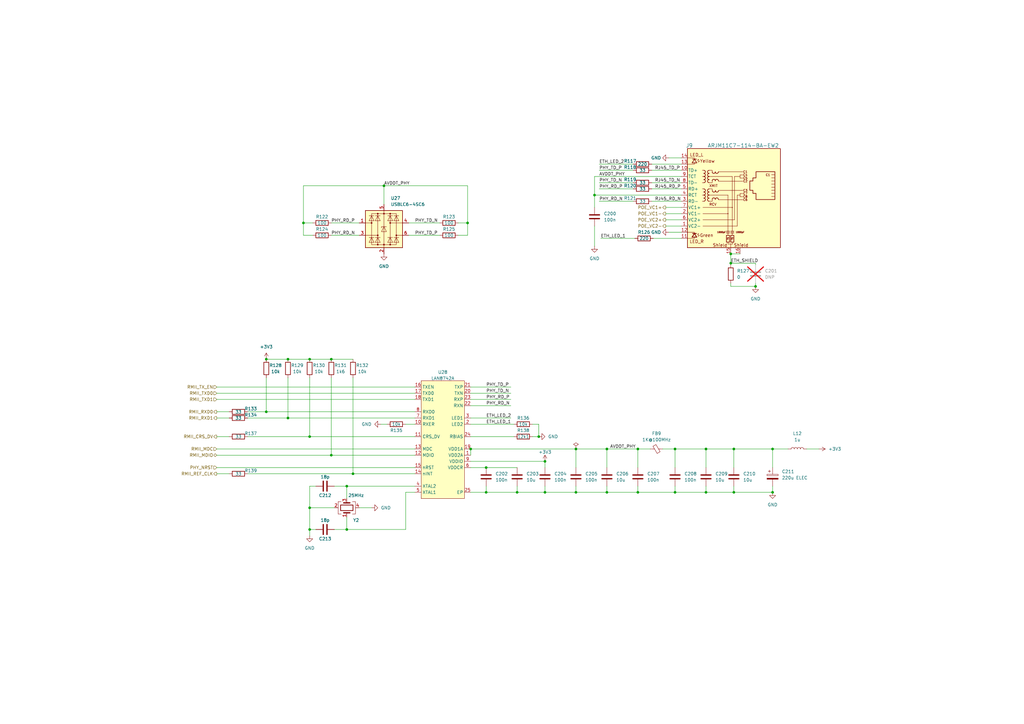
<source format=kicad_sch>
(kicad_sch (version 20250114) (generator "eeschema") (generator_version "9.0")
  (paper "A3")
  (title_block (title "Ethernet") (date "2023-11-27") (rev "r0_3") (company "M-Labs Limited") (comment 1 "Linus Woo Chun Kit"))
  (lib_symbols
    (symbol "Device:C" (pin_numbers (hide yes)) (pin_names (offset 0.254))
      (property "Reference" "C" (at 0.635 2.54 0))
      (property "Value" "C" (at 0.635 -2.54 0))
      (symbol "C_0_1"
        (polyline (pts (xy -2.032 0.762) (xy 2.032 0.762)) (stroke (width 0.508)))
        (polyline (pts (xy -2.032 -0.762) (xy 2.032 -0.762)) (stroke (width 0.508)))
      )
      (symbol "C_1_1"
        (pin passive line (at 0 3.81 270) (length 2.794) (name "~") (number "1"))
        (pin passive line (at 0 -3.81 90) (length 2.794) (name "~") (number "2"))
      )
    )
    (symbol "Device:C_Polarized" (pin_numbers (hide yes)) (pin_names (offset 0.254))
      (property "Reference" "C" (at 0.635 2.54 0))
      (property "Value" "C_Polarized" (at 0.635 -2.54 0))
      (symbol "C_Polarized_0_1"
        (rectangle (start -2.286 0.508) (end 2.286 1.016))
        (polyline (pts (xy -1.778 2.286) (xy -0.762 2.286)))
        (polyline (pts (xy -1.27 2.794) (xy -1.27 1.778)))
        (rectangle (start 2.286 -0.508) (end -2.286 -1.016) (fill (type outline)))
      )
      (symbol "C_Polarized_1_1"
        (pin passive line (at 0 3.81 270) (length 2.794) (name "~") (number "1"))
        (pin passive line (at 0 -3.81 90) (length 2.794) (name "~") (number "2"))
      )
    )
    (symbol "Device:Crystal_GND24" (pin_names (offset 1.016) (hide yes))
      (property "Reference" "Y" (at 3.175 5.08 0))
      (property "Value" "Crystal_GND24" (at 3.175 3.175 0))
      (symbol "Crystal_GND24_0_1"
        (polyline (pts (xy -2.54 2.286) (xy -2.54 3.556) (xy 2.54 3.556) (xy 2.54 2.286)))
        (polyline (pts (xy -2.54 0) (xy -2.032 0)))
        (polyline (pts (xy -2.54 -2.286) (xy -2.54 -3.556) (xy 2.54 -3.556) (xy 2.54 -2.286)))
        (polyline (pts (xy -2.032 -1.27) (xy -2.032 1.27)) (stroke (width 0.508)))
        (rectangle (start -1.143 2.54) (end 1.143 -2.54) (stroke (width 0.3048)))
        (polyline (pts (xy 0 3.556) (xy 0 3.81)))
        (polyline (pts (xy 0 -3.81) (xy 0 -3.556)))
        (polyline (pts (xy 2.032 0) (xy 2.54 0)))
        (polyline (pts (xy 2.032 -1.27) (xy 2.032 1.27)) (stroke (width 0.508)))
      )
      (symbol "Crystal_GND24_1_1"
        (pin passive line (at -3.81 0 0) (length 1.27) (name "1") (number "1"))
        (pin passive line (at 0 5.08 270) (length 1.27) (name "2") (number "2"))
        (pin passive line (at 0 -5.08 90) (length 1.27) (name "4") (number "4"))
        (pin passive line (at 3.81 0 180) (length 1.27) (name "3") (number "3"))
      )
    )
    (symbol "Device:FerriteBead_Small" (pin_numbers (hide yes)) (pin_names (offset 0))
      (property "Reference" "FB" (at 1.905 1.27 0))
      (property "Value" "FerriteBead_Small" (at 1.905 -1.27 0))
      (symbol "FerriteBead_Small_0_1"
        (polyline (pts (xy -1.8288 0.2794) (xy -1.1176 1.4986) (xy 1.8288 -0.2032) (xy 1.1176 -1.4224) (xy -1.8288 0.2794)))
        (polyline (pts (xy 0 0.889) (xy 0 1.2954)))
        (polyline (pts (xy 0 -1.27) (xy 0 -0.7874)))
      )
      (symbol "FerriteBead_Small_1_1"
        (pin passive line (at 0 2.54 270) (length 1.27) (name "~") (number "1"))
        (pin passive line (at 0 -2.54 90) (length 1.27) (name "~") (number "2"))
      )
    )
    (symbol "Device:L" (pin_numbers (hide yes)) (pin_names (offset 1.016) (hide yes))
      (property "Reference" "L" (at -1.27 0 90))
      (property "Value" "L" (at 1.905 0 90))
      (symbol "L_0_1"
        (arc (start 0 2.54) (mid 0.6323 1.905) (end 0 1.27))
        (arc (start 0 1.27) (mid 0.6323 0.635) (end 0 0))
        (arc (start 0 0) (mid 0.6323 -0.635) (end 0 -1.27))
        (arc (start 0 -1.27) (mid 0.6323 -1.905) (end 0 -2.54))
      )
      (symbol "L_1_1"
        (pin passive line (at 0 3.81 270) (length 1.27) (name "1") (number "1"))
        (pin passive line (at 0 -3.81 90) (length 1.27) (name "2") (number "2"))
      )
    )
    (symbol "Device:R" (pin_numbers (hide yes)) (pin_names (offset 0))
      (property "Reference" "R" (at 2.032 0 90))
      (property "Value" "R" (at 0 0 90))
      (symbol "R_0_1"
        (rectangle (start -1.016 -2.54) (end 1.016 2.54) (stroke (width 0.254)))
      )
      (symbol "R_1_1"
        (pin passive line (at 0 3.81 270) (length 1.27) (name "~") (number "1"))
        (pin passive line (at 0 -3.81 90) (length 1.27) (name "~") (number "2"))
      )
    )
    (symbol "Power_Protection:USBLC6-4SC6" (pin_names (hide yes))
      (property "Reference" "U" (at 2.54 8.89 0))
      (property "Value" "USBLC6-4SC6" (at 2.54 -8.89 0))
      (symbol "USBLC6-4SC6_0_1"
        (rectangle (start -7.62 -7.62) (end 7.62 7.62) (stroke (width 0.254)) (fill (type background)))
        (polyline (pts (xy -6.096 3.429) (xy -4.064 3.429) (xy -5.08 5.461) (xy -6.096 3.429)))
        (polyline (pts (xy -6.096 -5.461) (xy -4.064 -5.461) (xy -5.08 -3.429) (xy -6.096 -5.461)))
        (circle (center -5.08 2.54) (radius 0.254) (fill (type outline)))
        (polyline (pts (xy -5.08 2.54) (xy -7.62 2.54)))
        (polyline (pts (xy -4.064 5.461) (xy -6.096 5.461)))
        (polyline (pts (xy -4.064 -3.429) (xy -6.096 -3.429)))
        (polyline (pts (xy -3.556 3.429) (xy -1.524 3.429) (xy -2.54 5.461) (xy -3.556 3.429)))
        (polyline (pts (xy -3.556 -5.461) (xy -1.524 -5.461) (xy -2.54 -3.429) (xy -3.556 -5.461)))
        (circle (center -2.54 6.35) (radius 0.254) (fill (type outline)))
        (rectangle (start -2.54 6.35) (end 2.54 -6.35))
        (polyline (pts (xy -2.54 6.35) (xy -5.08 6.35) (xy -5.08 -6.35) (xy -2.54 -6.35)))
        (circle (center -2.54 -2.54) (radius 0.254) (fill (type outline)))
        (polyline (pts (xy -2.54 -2.54) (xy -7.62 -2.54)))
        (circle (center -2.54 -6.35) (radius 0.254) (fill (type outline)))
        (polyline (pts (xy -1.524 5.461) (xy -3.556 5.461)))
        (polyline (pts (xy -1.524 -3.429) (xy -3.556 -3.429)))
        (polyline (pts (xy -1.016 -1.016) (xy 1.016 -1.016) (xy 0 1.016) (xy -1.016 -1.016)))
        (circle (center 0 6.35) (radius 0.254) (fill (type outline)))
        (polyline (pts (xy 0 6.35) (xy 0 7.62)))
        (polyline (pts (xy 0 1.27) (xy 0 6.35)))
        (polyline (pts (xy 0 -6.35) (xy 0 1.27)))
        (circle (center 0 -6.35) (radius 0.254) (fill (type outline)))
        (polyline (pts (xy 0 -7.62) (xy 0 -6.35)))
        (polyline (pts (xy 1.016 1.016) (xy 0.762 1.016) (xy -1.016 1.016) (xy -1.016 0.508)))
        (polyline (pts (xy 1.524 5.461) (xy 3.556 5.461)))
        (polyline (pts (xy 1.524 -3.429) (xy 3.556 -3.429)))
        (polyline (pts (xy 2.54 6.35) (xy 5.08 6.35) (xy 5.08 -6.35) (xy 2.54 -6.35)))
        (circle (center 2.54 6.35) (radius 0.254) (fill (type outline)))
        (polyline (pts (xy 2.54 2.54) (xy 7.62 2.54)))
        (circle (center 2.54 2.54) (radius 0.254) (fill (type outline)))
        (circle (center 2.54 -6.35) (radius 0.254) (fill (type outline)))
        (polyline (pts (xy 3.556 3.429) (xy 1.524 3.429) (xy 2.54 5.461) (xy 3.556 3.429)))
        (polyline (pts (xy 3.556 -5.461) (xy 1.524 -5.461) (xy 2.54 -3.429) (xy 3.556 -5.461)))
        (polyline (pts (xy 4.064 5.461) (xy 6.096 5.461)))
        (polyline (pts (xy 4.064 -3.429) (xy 6.096 -3.429)))
        (polyline (pts (xy 5.08 -2.54) (xy 7.62 -2.54)))
        (circle (center 5.08 -2.54) (radius 0.254) (fill (type outline)))
        (polyline (pts (xy 6.096 3.429) (xy 4.064 3.429) (xy 5.08 5.461) (xy 6.096 3.429)))
        (polyline (pts (xy 6.096 -5.461) (xy 4.064 -5.461) (xy 5.08 -3.429) (xy 6.096 -5.461)))
      )
      (symbol "USBLC6-4SC6_1_1"
        (pin passive line (at -10.16 2.54 0) (length 2.54) (name "I/O1") (number "1"))
        (pin passive line (at -10.16 -2.54 0) (length 2.54) (name "I/O2") (number "3"))
        (pin passive line (at 0 10.16 270) (length 2.54) (name "VBUS") (number "5"))
        (pin passive line (at 0 -10.16 90) (length 2.54) (name "GND") (number "2"))
        (pin passive line (at 10.16 2.54 180) (length 2.54) (name "I/O3") (number "4"))
        (pin passive line (at 10.16 -2.54 180) (length 2.54) (name "I/O4") (number "6"))
      )
    )
    (symbol "kirdy:LAN8742A"
      (property "Reference" "U" (at 0 -30.48 0))
      (property "Value" "LAN8742A" (at 0 -27.94 0))
      (symbol "LAN8742A_0_0"
        (pin input line (at -12.7 20.32 0) (length 2.54) (name "TXEN") (number "16"))
        (pin input line (at -12.7 17.78 0) (length 2.54) (name "TXD0") (number "17"))
        (pin input line (at -12.7 15.24 0) (length 2.54) (name "TXD1") (number "18"))
        (pin output line (at -12.7 10.16 0) (length 2.54) (name "RXD0") (number "8"))
        (pin output line (at -12.7 7.62 0) (length 2.54) (name "RXD1") (number "7"))
        (pin bidirectional line (at -12.7 5.08 0) (length 2.54) (name "RXER") (number "10"))
        (pin output line (at -12.7 0 0) (length 2.54) (name "CRS_DV") (number "11"))
        (pin input line (at -12.7 -5.08 0) (length 2.54) (name "MDC") (number "13"))
        (pin bidirectional line (at -12.7 -7.62 0) (length 2.54) (name "MDIO") (number "12"))
        (pin input line (at -12.7 -12.7 0) (length 2.54) (name "nRST") (number "15"))
        (pin output line (at -12.7 -15.24 0) (length 2.54) (name "nINT") (number "14"))
        (pin input line (at -12.7 -20.32 0) (length 2.54) (name "XTAL2") (number "4"))
        (pin input line (at -12.7 -22.86 0) (length 2.54) (name "XTAL1") (number "5"))
        (pin bidirectional line (at 10.16 20.32 180) (length 2.54) (name "TXP") (number "21"))
        (pin bidirectional line (at 10.16 17.78 180) (length 2.54) (name "TXN") (number "20"))
        (pin bidirectional line (at 10.16 15.24 180) (length 2.54) (name "RXP") (number "23"))
        (pin bidirectional line (at 10.16 12.7 180) (length 2.54) (name "RXN") (number "22"))
        (pin output line (at 10.16 7.62 180) (length 2.54) (name "LED1") (number "3"))
        (pin output line (at 10.16 5.08 180) (length 2.54) (name "LED2") (number "2"))
        (pin passive line (at 10.16 0 180) (length 2.54) (name "RBIAS") (number "24"))
        (pin power_in line (at 10.16 -5.08 180) (length 2.54) (name "VDD1A") (number "19"))
        (pin power_in line (at 10.16 -7.62 180) (length 2.54) (name "VDD2A") (number "1"))
        (pin power_in line (at 10.16 -10.16 180) (length 2.54) (name "VDDIO") (number "9"))
        (pin passive line (at 10.16 -12.7 180) (length 2.54) (name "VDDCR") (number "6"))
        (pin power_in line (at 10.16 -22.86 180) (length 2.54) (name "EP") (number "25"))
      )
      (symbol "LAN8742A_0_1"
        (rectangle (start -10.16 22.86) (end 7.62 -25.4) (fill (type background)))
      )
    )
    (symbol "kirdy:RJ45_ARJM11C7-114-BA-EW2" (pin_names (offset 0.254))
      (property "Reference" "J" (at 1.27 1.27 0))
      (property "Value" "ARJM11C7-114-BA-EW2" (at 24.13 1.27 0))
      (property "MFR_PN" "ARJM11C7-114-BA-EW2" (at 0 0 0))
      (symbol "RJ45_ARJM11C7-114-BA-EW2_0_0"
        (polyline (pts (xy 0 -6.35) (xy 2.921 -6.35) (xy 2.921 -5.842)))
        (polyline (pts (xy 0 -36.83) (xy 2.921 -36.83) (xy 2.921 -36.322)))
        (polyline (pts (xy 2.921 -4.445) (xy 2.921 -3.81) (xy 0 -3.81)))
        (polyline (pts (xy 2.921 -34.925) (xy 2.921 -34.29) (xy 0 -34.29)))
        (polyline (pts (xy 16.637 -38.481) (xy 16.637 -39.116) (xy 18.542 -39.116) (xy 18.542 -38.481)))
        (polyline (pts (xy 17.272 -33.909) (xy 16.002 -33.909)) (stroke (width 0.254)))
        (polyline (pts (xy 17.272 -34.544) (xy 16.002 -34.544)) (stroke (width 0.254)))
        (polyline (pts (xy 19.05 -33.909) (xy 17.78 -33.909)) (stroke (width 0.254)))
        (polyline (pts (xy 19.05 -34.544) (xy 17.78 -34.544)) (stroke (width 0.254)))
        (text "XMIT" (at 8.89 -15.24 0) (effects (font (size 1.016 1.016)) (justify left)))
        (text "RCV" (at 8.89 -22.86 0) (effects (font (size 1.016 1.016)) (justify left)))
        (text "C1" (at 23.749 -9.525 0) (effects (font (size 0.889 0.889))))
        (text "C4" (at 23.749 -10.795 0) (effects (font (size 0.889 0.889))))
        (text "C5" (at 23.749 -12.065 0) (effects (font (size 0.889 0.889))))
        (text "C2" (at 23.749 -13.335 0) (effects (font (size 0.889 0.889))))
        (text "C3" (at 23.749 -17.145 0) (effects (font (size 0.889 0.889))))
        (text "C7" (at 23.749 -18.415 0) (effects (font (size 0.889 0.889))))
        (text "C8" (at 23.749 -19.685 0) (effects (font (size 0.889 0.889))))
        (text "C6" (at 23.749 -20.955 0) (effects (font (size 0.889 0.889))))
        (text "C1" (at 33.02 -10.795 0) (effects (font (size 0.889 0.889))))
      )
      (symbol "RJ45_ARJM11C7-114-BA-EW2_0_1"
        (rectangle (start 0 0) (end 38.1 -40.64) (stroke (width 0.254)) (fill (type background)))
        (polyline (pts (xy 6.35 -24.13) (xy 18.415 -24.13)))
        (polyline (pts (xy 6.35 -26.67) (xy 16.637 -26.67)))
        (polyline (pts (xy 6.35 -29.21) (xy 19.304 -29.21)))
        (polyline (pts (xy 6.35 -31.75) (xy 20.447 -31.75)))
        (polyline (pts (xy 6.7337 -8.89) (xy 6.0987 -8.89)))
        (polyline (pts (xy 6.7337 -11.43) (xy 6.0987 -11.43)))
        (polyline (pts (xy 6.7337 -13.97) (xy 6.0987 -13.97)))
        (polyline (pts (xy 6.7337 -16.51) (xy 6.0987 -16.51)))
        (polyline (pts (xy 6.7337 -19.05) (xy 6.0987 -19.05)))
        (polyline (pts (xy 6.7337 -21.59) (xy 6.0987 -21.59)))
        (polyline (pts (xy 8.89 -8.89) (xy 10.16 -8.89) (xy 10.16 -9.525)))
        (polyline (pts (xy 8.89 -16.51) (xy 10.16 -16.51) (xy 10.16 -17.145)))
        (polyline (pts (xy 10.16 -13.335) (xy 10.16 -13.97) (xy 8.89 -13.97)))
        (polyline (pts (xy 10.16 -20.955) (xy 10.16 -21.59) (xy 8.89 -21.59)))
        (polyline (pts (xy 12.7 -9.525) (xy 22.733 -9.525)))
        (polyline (pts (xy 12.7 -13.335) (xy 22.733 -13.335)))
        (polyline (pts (xy 12.7 -20.955) (xy 22.733 -20.955)))
        (polyline (pts (xy 12.827 -17.145) (xy 22.733 -17.145)))
        (polyline (pts (xy 16.637 -19.05) (xy 8.89 -19.05)))
        (circle (center 16.637 -26.67) (radius 0.127))
        (polyline (pts (xy 16.637 -33.909) (xy 16.637 -19.05)))
        (polyline (pts (xy 16.637 -35.433) (xy 16.637 -34.671)))
        (polyline (pts (xy 18.415 -11.43) (xy 8.89 -11.43)))
        (polyline (pts (xy 18.415 -24.13) (xy 18.415 -24.13)))
        (circle (center 18.415 -24.13) (radius 0.127))
        (polyline (pts (xy 18.415 -33.909) (xy 18.415 -11.43)))
        (polyline (pts (xy 18.415 -35.433) (xy 18.415 -34.671)))
        (polyline (pts (xy 19.304 -11.43) (xy 19.304 -29.21)))
        (polyline (pts (xy 20.447 -19.05) (xy 20.447 -31.75)))
        (polyline (pts (xy 21.59 -11.43) (xy 19.304 -11.43)))
        (polyline (pts (xy 21.59 -12.065) (xy 21.59 -10.795)))
        (polyline (pts (xy 21.59 -19.05) (xy 20.447 -19.05)))
        (polyline (pts (xy 21.59 -19.685) (xy 21.59 -18.415)))
        (polyline (pts (xy 22.733 -10.795) (xy 21.59 -10.795)))
        (polyline (pts (xy 22.733 -12.065) (xy 21.59 -12.065)))
        (polyline (pts (xy 22.733 -18.415) (xy 21.59 -18.415)))
        (polyline (pts (xy 22.733 -19.685) (xy 21.59 -19.685)))
        (polyline (pts (xy 34.4805 -10.7315) (xy 35.7505 -10.7315)))
        (polyline (pts (xy 34.4805 -18.3515) (xy 35.7505 -18.3515)))
        (polyline (pts (xy 34.4805 -19.6215) (xy 35.7505 -19.6215)))
        (polyline (pts (xy 35.7505 -12.0015) (xy 34.4805 -12.0015)))
        (polyline (pts (xy 35.7505 -13.2715) (xy 34.4805 -13.2715)))
        (polyline (pts (xy 35.7505 -14.5415) (xy 34.4805 -14.5415)))
        (polyline (pts (xy 35.7505 -15.8115) (xy 34.4805 -15.8115)))
        (polyline (pts (xy 35.7505 -17.0815) (xy 34.4805 -17.0815)))
      )
      (symbol "RJ45_ARJM11C7-114-BA-EW2_1_0"
        (text "1000pF" (at 13.97 -34.29 0) (effects (font (size 0.635 0.635))))
        (text "1000pF" (at 21.59 -34.29 0) (effects (font (size 0.635 0.635))))
      )
      (symbol "RJ45_ARJM11C7-114-BA-EW2_1_1"
        (polyline (pts (xy 3.6576 -34.798) (xy 2.1336 -34.798)) (stroke (width 0.254)))
        (polyline (pts (xy 3.683 -4.318) (xy 2.159 -4.318)) (stroke (width 0.254)))
        (polyline (pts (xy 3.683 -34.798) (xy 2.159 -34.798)) (stroke (width 0.254)))
        (polyline (pts (xy 3.7846 -36.322) (xy 1.8796 -36.322) (xy 2.8956 -34.798) (xy 3.7846 -36.322)) (stroke (width 0.254)))
        (polyline (pts (xy 3.81 -5.842) (xy 1.905 -5.842) (xy 2.921 -4.318) (xy 3.81 -5.842)) (stroke (width 0.254)))
        (polyline (pts (xy 3.81 -36.322) (xy 1.905 -36.322) (xy 2.921 -34.798) (xy 3.81 -36.322)) (stroke (width 0.254)))
        (polyline (pts (xy 4.0386 -35.433) (xy 4.5466 -34.925) (xy 4.2926 -34.925)))
        (polyline (pts (xy 4.064 -4.953) (xy 4.572 -4.445) (xy 4.318 -4.445)))
        (polyline (pts (xy 4.2926 -36.068) (xy 4.8006 -35.56) (xy 4.5466 -35.56)))
        (polyline (pts (xy 4.318 -5.588) (xy 4.826 -5.08) (xy 4.572 -5.08)))
        (polyline (pts (xy 4.5466 -34.925) (xy 4.5466 -35.179)))
        (polyline (pts (xy 4.572 -4.445) (xy 4.572 -4.699)))
        (polyline (pts (xy 4.8006 -35.56) (xy 4.8006 -35.814)))
        (polyline (pts (xy 4.826 -5.08) (xy 4.826 -5.334)))
        (arc (start 6.7337 -16.51) (mid 7.366 -17.145) (end 6.7337 -17.78) (stroke (width 0.254)))
        (arc (start 6.7364 -8.89) (mid 7.369 -9.525) (end 6.7364 -10.16) (stroke (width 0.254)))
        (arc (start 6.7364 -17.78) (mid 7.369 -18.415) (end 6.7364 -19.05) (stroke (width 0.254)))
        (arc (start 6.7364 -19.05) (mid 7.369 -19.685) (end 6.7364 -20.32) (stroke (width 0.254)))
        (arc (start 6.7364 -20.32) (mid 7.369 -20.955) (end 6.7364 -21.59) (stroke (width 0.254)))
        (arc (start 6.7391 -10.16) (mid 7.371 -10.795) (end 6.7391 -11.43) (stroke (width 0.254)))
        (arc (start 6.7391 -11.43) (mid 7.371 -12.065) (end 6.7391 -12.7) (stroke (width 0.254)))
        (arc (start 6.7391 -12.7) (mid 7.371 -13.335) (end 6.7391 -13.97) (stroke (width 0.254)))
        (arc (start 8.8846 -10.16) (mid 8.252 -9.525) (end 8.8846 -8.89) (stroke (width 0.254)))
        (arc (start 8.8846 -11.43) (mid 8.252 -10.795) (end 8.8846 -10.16) (stroke (width 0.254)))
        (arc (start 8.8846 -12.7) (mid 8.252 -12.065) (end 8.8846 -11.43) (stroke (width 0.254)))
        (arc (start 8.8846 -17.78) (mid 8.252 -17.145) (end 8.8846 -16.51) (stroke (width 0.254)))
        (arc (start 8.8846 -19.05) (mid 8.252 -18.415) (end 8.8846 -17.78) (stroke (width 0.254)))
        (arc (start 8.8846 -20.32) (mid 8.252 -19.685) (end 8.8846 -19.05) (stroke (width 0.254)))
        (arc (start 8.8873 -13.97) (mid 8.255 -13.335) (end 8.8873 -12.7) (stroke (width 0.254)))
        (arc (start 8.8873 -21.59) (mid 8.255 -20.955) (end 8.8873 -20.32) (stroke (width 0.254)))
        (arc (start 11.43 -9.5277) (mid 10.795 -10.16) (end 10.16 -9.5277) (stroke (width 0.254)))
        (arc (start 10.16 -13.2053) (mid 10.795 -12.573) (end 11.43 -13.2053) (stroke (width 0.254)))
        (arc (start 10.16 -20.8253) (mid 10.795 -20.193) (end 11.43 -20.8253) (stroke (width 0.254)))
        (arc (start 11.4935 -17.2112) (mid 10.8585 -17.8435) (end 10.2235 -17.2112) (stroke (width 0.254)))
        (arc (start 12.7 -9.525) (mid 12.065 -10.1573) (end 11.43 -9.525) (stroke (width 0.254)))
        (arc (start 11.43 -13.2026) (mid 12.065 -12.5703) (end 12.7 -13.2026) (stroke (width 0.254)))
        (arc (start 11.43 -20.8226) (mid 12.065 -20.1903) (end 12.7 -20.8226) (stroke (width 0.254)))
        (arc (start 12.7635 -17.2085) (mid 12.1285 -17.8408) (end 11.4935 -17.2085) (stroke (width 0.254)))
        (rectangle (start 16.002 -38.354) (end 17.272 -35.56) (stroke (width 0.254)))
        (rectangle (start 17.78 -38.354) (end 19.05 -35.56) (stroke (width 0.254)))
        (polyline (pts (xy 17.8054 -40.64) (xy 17.8054 -39.116)))
        (polyline (pts (xy 35.8775 -9.4615) (xy 35.8775 -20.8915) (xy 28.1305 -20.8915) (xy 28.1305 -18.3515) (xy 26.8605 -18.3515) (xy 26.8605 -17.0815) (xy 25.5905 -17.0815) (xy 25.5905 -13.2715) (xy 26.8605 -13.2715) (xy 26.8605 -12.0015) (xy 28.1305 -12.0015) (xy 28.1305 -9.4615) (xy 35.8775 -9.4615)) (stroke (width 0.254)))
        (text "LED_L" (at 3.81 -2.54 0) (effects (font (size 1.27 1.27))))
        (text "LED_R" (at 3.81 -38.1 0) (effects (font (size 1.27 1.27))))
        (text "Yellow" (at 5.08 -5.08 0) (effects (font (size 1.27 1.27)) (justify left)))
        (text "Green" (at 5.08 -35.56 0) (effects (font (size 1.27 1.27)) (justify left)))
        (text "Shield" (at 13.3858 -39.5986 0) (effects (font (size 1.27 1.27))))
        (text "75" (at 16.637 -36.957 900) (effects (font (size 0.635 0.635))))
        (text "75" (at 18.415 -36.957 900) (effects (font (size 0.635 0.635))))
        (text "Shield" (at 22.0218 -39.5986 0) (effects (font (size 1.27 1.27))))
        (pin passive line (at -2.54 -3.81 0) (length 2.54) (name "") (number "14"))
        (pin passive line (at -2.54 -6.35 0) (length 2.54) (name "") (number "13"))
        (pin passive line (at -2.54 -8.89 0) (length 2.54) (name "TD+") (number "10"))
        (pin passive line (at -2.54 -11.43 0) (length 2.54) (name "TCT") (number "9"))
        (pin passive line (at -2.54 -13.97 0) (length 2.54) (name "TD-") (number "8"))
        (pin passive line (at -2.54 -16.51 0) (length 2.54) (name "RD+") (number "5"))
        (pin passive line (at -2.54 -19.05 0) (length 2.54) (name "RCT") (number "4"))
        (pin passive line (at -2.54 -21.59 0) (length 2.54) (name "RD-") (number "3"))
        (pin power_out line (at -2.54 -24.13 0) (length 2.54) (name "VC1+") (number "7"))
        (pin power_out line (at -2.54 -26.67 0) (length 2.54) (name "VC1-") (number "2"))
        (pin power_out line (at -2.54 -29.21 0) (length 2.54) (name "VC2+") (number "6"))
        (pin power_out line (at -2.54 -31.75 0) (length 2.54) (name "VC2-") (number "1"))
        (pin passive line (at -2.54 -34.29 0) (length 2.54) (name "") (number "12"))
        (pin passive line (at -2.54 -36.83 0) (length 2.54) (name "") (number "11"))
        (pin passive line (at 17.78 -43.18 90) (length 2.54) (name "") (number "15"))
        (pin passive line (at 21.59 -43.18 90) (length 2.54) (name "") (number "16"))
        (pin no_connect line (at 22.86 -13.97 180) (length 0) (hide yes) (name "NC") (number "8"))
      )
    )
    (symbol "power:+3V3" (power) (pin_names (offset 0))
      (property "Value" "+3V3" (at 0 3.556 0))
      (symbol "+3V3_0_1"
        (polyline (pts (xy -0.762 1.27) (xy 0 2.54)))
        (polyline (pts (xy 0 2.54) (xy 0.762 1.27)))
        (polyline (pts (xy 0 0) (xy 0 2.54)))
      )
      (symbol "+3V3_1_1"
        (pin power_in line (at 0 0 90) (length 0) (hide yes) (name "+3V3") (number "1"))
      )
    )
    (symbol "power:GND" (power) (pin_names (offset 0))
      (property "Value" "GND" (at 0 -3.81 0))
      (symbol "GND_0_1"
        (polyline (pts (xy 0 0) (xy 0 -1.27) (xy 1.27 -1.27) (xy 0 -2.54) (xy -1.27 -1.27) (xy 0 -1.27)))
      )
      (symbol "GND_1_1"
        (pin power_in line (at 0 0 270) (length 0) (hide yes) (name "GND") (number "1"))
      )
    )
    (symbol "power:PWR_FLAG" (power) (pin_numbers (hide yes)) (pin_names (offset 0) (hide yes))
      (property "Value" "PWR_FLAG" (at 0 3.81 0))
      (symbol "PWR_FLAG_0_0"
        (pin power_out line (at 0 0 90) (length 0) (name "pwr") (number "1"))
      )
      (symbol "PWR_FLAG_0_1"
        (polyline (pts (xy 0 0) (xy 0 1.27) (xy -1.016 1.905) (xy 0 2.54) (xy 1.016 1.905) (xy 0 1.27)))
      )
    )
  )
  (junction (at 316.865 184.15))
  (junction (at 223.52 201.93))
  (junction (at 127 217.17))
  (junction (at 157.48 76.2))
  (junction (at 109.22 168.91))
  (junction (at 300.99 201.93))
  (junction (at 135.89 147.32))
  (junction (at 191.77 91.44))
  (junction (at 300.99 184.15))
  (junction (at 236.22 184.15))
  (junction (at 135.89 186.69))
  (junction (at 212.09 201.93))
  (junction (at 248.92 184.15))
  (junction (at 127 147.32))
  (junction (at 109.22 147.32))
  (junction (at 289.56 184.15))
  (junction (at 118.11 171.45))
  (junction (at 144.78 194.31))
  (junction (at 316.865 201.93))
  (junction (at 220.98 179.07))
  (junction (at 309.88 117.475))
  (junction (at 236.22 201.93))
  (junction (at 276.86 201.93))
  (junction (at 199.39 201.93))
  (junction (at 127 208.28))
  (junction (at 261.62 201.93))
  (junction (at 142.24 217.17))
  (junction (at 199.39 191.77))
  (junction (at 299.72 107.95))
  (junction (at 276.86 184.15))
  (junction (at 243.84 80.01))
  (junction (at 127 179.07))
  (junction (at 261.62 184.15))
  (junction (at 248.92 201.93))
  (junction (at 223.52 189.23))
  (junction (at 124.46 91.44))
  (junction (at 118.11 147.32))
  (junction (at 142.24 199.39))
  (junction (at 193.04 184.15))
  (junction (at 289.56 201.93))
  (junction (at 299.72 104.14))
  (wire (pts (xy 127 147.32) (xy 135.89 147.32)))
  (wire (pts (xy 289.56 184.15) (xy 300.99 184.15)))
  (wire (pts (xy 273.05 92.71) (xy 279.4 92.71)))
  (wire (pts (xy 276.86 184.15) (xy 289.56 184.15)))
  (wire (pts (xy 88.9 186.69) (xy 135.89 186.69)))
  (wire (pts (xy 212.09 199.39) (xy 212.09 201.93)))
  (wire (pts (xy 273.05 90.17) (xy 279.4 90.17)))
  (wire (pts (xy 246.38 97.79) (xy 260.35 97.79)))
  (wire (pts (xy 191.77 91.44) (xy 187.96 91.44)))
  (wire (pts (xy 124.46 76.2) (xy 157.48 76.2)))
  (wire (pts (xy 236.22 199.39) (xy 236.22 201.93)))
  (wire (pts (xy 245.745 77.47) (xy 259.715 77.47)))
  (wire (pts (xy 193.04 179.07) (xy 210.82 179.07)))
  (wire (pts (xy 220.98 173.99) (xy 220.98 179.07)))
  (wire (pts (xy 191.77 91.44) (xy 191.77 76.2)))
  (wire (pts (xy 193.04 166.37) (xy 209.55 166.37)))
  (wire (pts (xy 88.9 168.91) (xy 93.98 168.91)))
  (wire (pts (xy 191.77 96.52) (xy 187.96 96.52)))
  (wire (pts (xy 236.22 201.93) (xy 248.92 201.93)))
  (wire (pts (xy 245.745 69.85) (xy 259.715 69.85)))
  (wire (pts (xy 109.22 154.94) (xy 109.22 168.91)))
  (wire (pts (xy 88.9 171.45) (xy 93.98 171.45)))
  (wire (pts (xy 243.84 72.39) (xy 243.84 80.01)))
  (wire (pts (xy 245.745 82.55) (xy 259.715 82.55)))
  (wire (pts (xy 135.89 96.52) (xy 147.32 96.52)))
  (wire (pts (xy 127 154.94) (xy 127 179.07)))
  (wire (pts (xy 300.99 199.39) (xy 300.99 201.93)))
  (wire (pts (xy 330.835 184.15) (xy 335.915 184.15)))
  (wire (pts (xy 289.56 201.93) (xy 276.86 201.93)))
  (wire (pts (xy 127 208.28) (xy 137.16 208.28)))
  (wire (pts (xy 166.37 201.93) (xy 170.18 201.93)))
  (wire (pts (xy 273.05 85.09) (xy 279.4 85.09)))
  (wire (pts (xy 309.88 116.205) (xy 309.88 117.475)))
  (wire (pts (xy 137.16 217.17) (xy 142.24 217.17)))
  (wire (pts (xy 316.865 199.39) (xy 316.865 201.93)))
  (wire (pts (xy 267.97 97.79) (xy 279.4 97.79)))
  (wire (pts (xy 127 208.28) (xy 127 199.39)))
  (wire (pts (xy 316.865 184.15) (xy 316.865 191.77)))
  (wire (pts (xy 135.89 91.44) (xy 147.32 91.44)))
  (wire (pts (xy 199.39 191.77) (xy 212.09 191.77)))
  (wire (pts (xy 142.24 199.39) (xy 170.18 199.39)))
  (wire (pts (xy 144.78 194.31) (xy 170.18 194.31)))
  (wire (pts (xy 193.04 184.15) (xy 193.04 186.69)))
  (wire (pts (xy 147.32 208.28) (xy 152.4 208.28)))
  (wire (pts (xy 261.62 184.15) (xy 261.62 191.77)))
  (wire (pts (xy 199.39 201.93) (xy 212.09 201.93)))
  (wire (pts (xy 289.56 199.39) (xy 289.56 201.93)))
  (wire (pts (xy 223.52 201.93) (xy 236.22 201.93)))
  (wire (pts (xy 267.335 67.31) (xy 279.4 67.31)))
  (wire (pts (xy 118.11 171.45) (xy 170.18 171.45)))
  (wire (pts (xy 248.92 199.39) (xy 248.92 201.93)))
  (wire (pts (xy 88.9 194.31) (xy 93.98 194.31)))
  (wire (pts (xy 101.6 179.07) (xy 127 179.07)))
  (wire (pts (xy 218.44 179.07) (xy 220.98 179.07)))
  (wire (pts (xy 127 219.71) (xy 127 217.17)))
  (wire (pts (xy 261.62 201.93) (xy 261.62 199.39)))
  (wire (pts (xy 193.04 158.75) (xy 209.55 158.75)))
  (wire (pts (xy 261.62 184.15) (xy 266.7 184.15)))
  (wire (pts (xy 88.9 184.15) (xy 170.18 184.15)))
  (wire (pts (xy 223.52 199.39) (xy 223.52 201.93)))
  (wire (pts (xy 248.92 184.15) (xy 261.62 184.15)))
  (wire (pts (xy 193.04 184.15) (xy 236.22 184.15)))
  (wire (pts (xy 274.32 64.77) (xy 279.4 64.77)))
  (wire (pts (xy 144.78 154.94) (xy 144.78 194.31)))
  (wire (pts (xy 88.9 179.07) (xy 93.98 179.07)))
  (wire (pts (xy 193.04 191.77) (xy 199.39 191.77)))
  (wire (pts (xy 88.9 191.77) (xy 170.18 191.77)))
  (wire (pts (xy 157.48 76.2) (xy 191.77 76.2)))
  (wire (pts (xy 276.86 184.15) (xy 276.86 191.77)))
  (wire (pts (xy 88.9 158.75) (xy 170.18 158.75)))
  (wire (pts (xy 193.04 201.93) (xy 199.39 201.93)))
  (wire (pts (xy 166.37 173.99) (xy 170.18 173.99)))
  (wire (pts (xy 193.04 173.99) (xy 210.82 173.99)))
  (wire (pts (xy 127 217.17) (xy 129.54 217.17)))
  (wire (pts (xy 218.44 173.99) (xy 220.98 173.99)))
  (wire (pts (xy 289.56 184.15) (xy 289.56 191.77)))
  (wire (pts (xy 309.88 107.95) (xy 309.88 108.585)))
  (wire (pts (xy 167.64 91.44) (xy 180.34 91.44)))
  (wire (pts (xy 299.72 107.95) (xy 309.88 107.95)))
  (wire (pts (xy 274.32 95.25) (xy 279.4 95.25)))
  (wire (pts (xy 316.865 201.93) (xy 300.99 201.93)))
  (wire (pts (xy 243.84 100.965) (xy 243.84 92.71)))
  (wire (pts (xy 118.11 147.32) (xy 127 147.32)))
  (wire (pts (xy 167.64 96.52) (xy 180.34 96.52)))
  (wire (pts (xy 243.84 80.01) (xy 279.4 80.01)))
  (wire (pts (xy 127 199.39) (xy 129.54 199.39)))
  (wire (pts (xy 267.335 74.93) (xy 279.4 74.93)))
  (wire (pts (xy 124.46 91.44) (xy 124.46 96.52)))
  (wire (pts (xy 299.72 104.14) (xy 299.72 107.95)))
  (wire (pts (xy 109.22 168.91) (xy 170.18 168.91)))
  (wire (pts (xy 142.24 217.17) (xy 166.37 217.17)))
  (wire (pts (xy 299.72 104.14) (xy 303.53 104.14)))
  (wire (pts (xy 299.72 117.475) (xy 309.88 117.475)))
  (wire (pts (xy 191.77 91.44) (xy 191.77 96.52)))
  (wire (pts (xy 118.11 154.94) (xy 118.11 171.45)))
  (wire (pts (xy 300.99 201.93) (xy 289.56 201.93)))
  (wire (pts (xy 124.46 91.44) (xy 124.46 76.2)))
  (wire (pts (xy 273.05 87.63) (xy 279.4 87.63)))
  (wire (pts (xy 267.335 69.85) (xy 279.4 69.85)))
  (wire (pts (xy 276.86 199.39) (xy 276.86 201.93)))
  (wire (pts (xy 127 217.17) (xy 127 208.28)))
  (wire (pts (xy 243.84 72.39) (xy 279.4 72.39)))
  (wire (pts (xy 193.04 189.23) (xy 223.52 189.23)))
  (wire (pts (xy 135.89 186.69) (xy 170.18 186.69)))
  (wire (pts (xy 124.46 91.44) (xy 128.27 91.44)))
  (wire (pts (xy 142.24 204.47) (xy 142.24 199.39)))
  (wire (pts (xy 127 179.07) (xy 170.18 179.07)))
  (wire (pts (xy 243.84 80.01) (xy 243.84 85.09)))
  (wire (pts (xy 300.99 184.15) (xy 300.99 191.77)))
  (wire (pts (xy 236.22 184.15) (xy 236.22 191.77)))
  (wire (pts (xy 88.9 163.83) (xy 170.18 163.83)))
  (wire (pts (xy 245.745 74.93) (xy 259.715 74.93)))
  (wire (pts (xy 124.46 96.52) (xy 128.27 96.52)))
  (wire (pts (xy 276.86 201.93) (xy 261.62 201.93)))
  (wire (pts (xy 248.92 184.15) (xy 248.92 191.77)))
  (wire (pts (xy 135.89 147.32) (xy 144.78 147.32)))
  (wire (pts (xy 142.24 212.09) (xy 142.24 217.17)))
  (wire (pts (xy 300.99 184.15) (xy 316.865 184.15)))
  (wire (pts (xy 166.37 217.17) (xy 166.37 201.93)))
  (wire (pts (xy 193.04 171.45) (xy 209.55 171.45)))
  (wire (pts (xy 271.78 184.15) (xy 276.86 184.15)))
  (wire (pts (xy 316.865 184.15) (xy 323.215 184.15)))
  (wire (pts (xy 101.6 168.91) (xy 109.22 168.91)))
  (wire (pts (xy 101.6 171.45) (xy 118.11 171.45)))
  (wire (pts (xy 212.09 201.93) (xy 223.52 201.93)))
  (wire (pts (xy 299.72 116.205) (xy 299.72 117.475)))
  (wire (pts (xy 193.04 161.29) (xy 209.55 161.29)))
  (wire (pts (xy 236.22 184.15) (xy 248.92 184.15)))
  (wire (pts (xy 267.335 77.47) (xy 279.4 77.47)))
  (wire (pts (xy 193.04 163.83) (xy 209.55 163.83)))
  (wire (pts (xy 267.335 82.55) (xy 279.4 82.55)))
  (wire (pts (xy 245.745 67.31) (xy 259.715 67.31)))
  (wire (pts (xy 101.6 194.31) (xy 144.78 194.31)))
  (wire (pts (xy 137.16 199.39) (xy 142.24 199.39)))
  (wire (pts (xy 157.48 76.2) (xy 157.48 83.82)))
  (wire (pts (xy 248.92 201.93) (xy 261.62 201.93)))
  (wire (pts (xy 109.22 147.32) (xy 118.11 147.32)))
  (wire (pts (xy 299.72 107.95) (xy 299.72 108.585)))
  (wire (pts (xy 135.89 154.94) (xy 135.89 186.69)))
  (wire (pts (xy 223.52 189.23) (xy 223.52 191.77)))
  (wire (pts (xy 199.39 199.39) (xy 199.39 201.93)))
  (wire (pts (xy 156.21 173.99) (xy 158.75 173.99)))
  (wire (pts (xy 88.9 161.29) (xy 170.18 161.29)))
  (label "PHY_TD_P" (at 199.39 158.75 0))
  (label "ETH_LED_2" (at 245.745 67.31 0))
  (label "RJ45_TD_P" (at 268.605 69.85 0))
  (label "PHY_RD_P" (at 245.745 77.47 0))
  (label "AVDDT_PHY" (at 157.48 76.2 0))
  (label "PHY_TD_P" (at 245.745 69.85 0))
  (label "PHY_TD_N" (at 199.39 161.29 0))
  (label "PHY_RD_P" (at 199.39 163.83 0))
  (label "PHY_TD_N" (at 170.18 91.44 0))
  (label "PHY_RD_N" (at 199.39 166.37 0))
  (label "ETH_LED_2" (at 199.39 171.45 0))
  (label "RJ45_TD_N" (at 268.605 74.93 0))
  (label "AVDDT_PHY" (at 245.745 72.39 0))
  (label "PHY_RD_N" (at 245.745 82.55 0))
  (label "PHY_TD_N" (at 245.745 74.93 0))
  (label "PHY_RD_P" (at 135.89 91.44 0))
  (label "AVDDT_PHY" (at 250.19 184.15 0))
  (label "ETH_LED_1" (at 246.38 97.79 0))
  (label "RJ45_RD_N" (at 268.605 82.55 0))
  (label "PHY_RD_N" (at 135.89 96.52 0))
  (label "ETH_LED_1" (at 199.39 173.99 0))
  (label "PHY_TD_P" (at 170.18 96.52 0))
  (label "ETH_SHIELD" (at 299.72 107.95 0))
  (label "RJ45_RD_P" (at 268.605 77.47 0))
  (hierarchical_label "RMII_MDC" (shape input) (at 88.9 184.15 180))
  (hierarchical_label "RMII_TXD1" (shape input) (at 88.9 163.83 180))
  (hierarchical_label "RMII_RXD1" (shape output) (at 88.9 171.45 180))
  (hierarchical_label "RMII_RXD0" (shape output) (at 88.9 168.91 180))
  (hierarchical_label "POE_VC1+" (shape output) (at 273.05 85.09 180))
  (hierarchical_label "RMII_CRS_DV" (shape output) (at 88.9 179.07 180))
  (hierarchical_label "RMII_MDIO" (shape bidirectional) (at 88.9 186.69 180))
  (hierarchical_label "RMII_REF_CLK" (shape output) (at 88.9 194.31 180))
  (hierarchical_label "POE_VC2+" (shape output) (at 273.05 90.17 180))
  (hierarchical_label "POE_VC2-" (shape output) (at 273.05 92.71 180))
  (hierarchical_label "RMII_TX_EN" (shape input) (at 88.9 158.75 180))
  (hierarchical_label "POE_VC1-" (shape output) (at 273.05 87.63 180))
  (hierarchical_label "PHY_NRST" (shape input) (at 88.9 191.77 180))
  (hierarchical_label "RMII_TXD0" (shape input) (at 88.9 161.29 180))
  (symbol (lib_id "power:GND") (at 274.32 64.77 270) (unit 1)
    (property "Reference" "#PWR0218" (effects (hide yes)))
    (property "Value" "GND" (at 271.145 64.77 90) (effects (justify right)))
  )
  (symbol (lib_id "Device:C") (at 199.39 195.58 0) (unit 1)
    (property "Reference" "C202" (at 203.2 194.3099 0) (effects (justify left)))
    (property "Value" "100n" (at 203.2 196.8499 0) (effects (justify left)))
    (property "Footprint" "Capacitor_SMD:C_0603_1608Metric" (effects (hide yes)))
    (property "MFR_PN" "CL10B104KB8NNWC" (effects (hide yes)))
    (property "MFR_PN_ALT" "CL10B104KB8NNNL" (effects (hide yes)))
  )
  (symbol (lib_id "Device:C") (at 212.09 195.58 0) (unit 1)
    (property "Reference" "C203" (at 215.9 194.3099 0) (effects (justify left)))
    (property "Value" "10u" (at 215.9 196.8499 0) (effects (justify left)))
    (property "Footprint" "Capacitor_SMD:C_0805_2012Metric" (effects (hide yes)))
    (property "MFR_PN" "CL21B106KOQNNNG" (effects (hide yes)))
    (property "MFR_PN_ALT" "CL21B106KOQNNNE" (effects (hide yes)))
  )
  (symbol (lib_id "Device:C") (at 236.22 195.58 0) (unit 1)
    (property "Reference" "C205" (at 240.03 194.3099 0) (effects (justify left)))
    (property "Value" "100n" (at 240.03 196.8499 0) (effects (justify left)))
    (property "Footprint" "Capacitor_SMD:C_0603_1608Metric" (effects (hide yes)))
    (property "MFR_PN" "CL10B104KB8NNWC" (effects (hide yes)))
    (property "MFR_PN_ALT" "CL10B104KB8NNNL" (effects (hide yes)))
  )
  (symbol (lib_id "power:GND") (at 127 219.71 0) (unit 1)
    (property "Reference" "#PWR0230" (effects (hide yes)))
    (property "Value" "GND" (at 127 224.79 0))
  )
  (symbol (lib_id "Device:R") (at 144.78 151.13 180) (unit 1)
    (property "Reference" "R132" (at 148.59 149.86 0))
    (property "Value" "10k" (at 148.59 152.4 0))
    (property "Footprint" "Resistor_SMD:R_0603_1608Metric" (effects (hide yes)))
    (property "MFR_PN" "RNCP0603FTD10K0" (effects (hide yes)))
    (property "MFR_PN_ALT" "RMCF0603FT10K0" (effects (hide yes)))
  )
  (symbol (lib_id "Device:R") (at 214.63 179.07 90) (unit 1)
    (property "Reference" "R138" (at 214.63 176.53 90))
    (property "Value" "12k1" (at 214.63 179.07 90))
    (property "Footprint" "Resistor_SMD:R_0603_1608Metric" (effects (hide yes)))
    (property "MFR_PN" "RNCP0603FTD12K1" (effects (hide yes)))
    (property "MFR_PN_ALT" "CR0603-FX-1212ELF" (effects (hide yes)))
  )
  (symbol (lib_id "Device:C") (at 243.84 88.9 0) (unit 1)
    (property "Reference" "C200" (at 247.65 87.6299 0) (effects (justify left)))
    (property "Value" "100n" (at 247.65 90.1699 0) (effects (justify left)))
    (property "Footprint" "Capacitor_SMD:C_0603_1608Metric" (effects (hide yes)))
    (property "MFR_PN" "CL10B104KB8NNWC" (effects (hide yes)))
    (property "MFR_PN_ALT" "CL10B104KB8NNNL" (effects (hide yes)))
  )
  (symbol (lib_id "Device:L") (at 327.025 184.15 90) (unit 1)
    (property "Reference" "L12" (at 327.025 177.8 90))
    (property "Value" "1u" (at 327.025 180.34 90))
    (property "Footprint" "Inductor_SMD:L_1008_2520Metric" (effects (hide yes)))
    (property "MFR_PN" "DFE252012F-1R0M=P2" (effects (hide yes)))
    (property "MFR_PN_ALT" "DFE252012P-1R0M=P2" (effects (hide yes)))
  )
  (symbol (lib_id "power:GND") (at 274.32 95.25 270) (unit 1)
    (property "Reference" "#PWR0219" (effects (hide yes)))
    (property "Value" "GND" (at 271.145 95.25 90) (effects (justify right)))
  )
  (symbol (lib_id "Device:R") (at 109.22 151.13 180) (unit 1)
    (property "Reference" "R128" (at 113.03 149.86 0))
    (property "Value" "10k" (at 113.03 152.4 0))
    (property "Footprint" "Resistor_SMD:R_0603_1608Metric" (effects (hide yes)))
    (property "MFR_PN" "RNCP0603FTD10K0" (effects (hide yes)))
    (property "MFR_PN_ALT" "RMCF0603FT10K0" (effects (hide yes)))
  )
  (symbol (lib_id "Device:R") (at 162.56 173.99 90) (unit 1)
    (property "Reference" "R135" (at 162.56 176.53 90))
    (property "Value" "10k" (at 162.56 173.99 90))
    (property "Footprint" "Resistor_SMD:R_0603_1608Metric" (effects (hide yes)))
    (property "MFR_PN" "RNCP0603FTD10K0" (effects (hide yes)))
    (property "MFR_PN_ALT" "RMCF0603FT10K0" (effects (hide yes)))
  )
  (symbol (lib_id "Device:R") (at 97.79 194.31 90) (unit 1)
    (property "Reference" "R139" (at 102.87 193.04 90))
    (property "Value" "33" (at 97.79 194.31 90))
    (property "Footprint" "Resistor_SMD:R_0603_1608Metric" (effects (hide yes)))
    (property "MFR_PN" "RC0603FR-0733RL" (effects (hide yes)))
    (property "MFR_PN_ALT" "CRGCQ0603F33R" (effects (hide yes)))
  )
  (symbol (lib_id "power:+3V3") (at 109.22 147.32 0) (unit 1)
    (property "Reference" "#PWR0223" (effects (hide yes)))
    (property "Value" "+3V3" (at 109.22 142.24 0))
  )
  (symbol (lib_id "Device:R") (at 132.08 91.44 90) (unit 1)
    (property "Reference" "R122" (at 132.08 88.9 90))
    (property "Value" "100" (at 132.08 91.44 90))
    (property "Footprint" "Resistor_SMD:R_0603_1608Metric" (effects (hide yes)))
    (property "MFR_PN" "WR06X1000FTL" (effects (hide yes)))
    (property "MFR_PN_ALT" "RMCF0603FT100R" (effects (hide yes)))
  )
  (symbol (lib_id "power:GND") (at 156.21 173.99 270) (unit 1)
    (property "Reference" "#PWR0224" (effects (hide yes)))
    (property "Value" "GND" (at 152.4 173.9899 90) (effects (justify right)))
  )
  (symbol (lib_id "power:+3V3") (at 223.52 189.23 0) (unit 1)
    (property "Reference" "#PWR0227" (effects (hide yes)))
    (property "Value" "+3V3" (at 223.52 185.42 0))
  )
  (symbol (lib_id "power:+3V3") (at 335.915 184.15 270) (unit 1)
    (property "Reference" "#PWR0226" (effects (hide yes)))
    (property "Value" "+3V3" (at 339.725 184.1499 90) (effects (justify left)))
  )
  (symbol (lib_id "Device:R") (at 184.15 96.52 90) (unit 1)
    (property "Reference" "R125" (at 184.15 93.98 90))
    (property "Value" "100" (at 184.15 96.52 90))
    (property "Footprint" "Resistor_SMD:R_0603_1608Metric" (effects (hide yes)))
    (property "MFR_PN" "WR06X1000FTL" (effects (hide yes)))
    (property "MFR_PN_ALT" "RMCF0603FT100R" (effects (hide yes)))
  )
  (symbol (lib_id "kirdy:LAN8742A") (at 182.88 179.07 0) (unit 1)
    (property "Reference" "U28" (at 181.61 152.6372 0))
    (property "Value" "LAN8742A" (at 181.61 155.1741 0))
    (property "Footprint" "Package_DFN_QFN:QFN-24-1EP_4x4mm_P0.5mm_EP2.6x2.6mm" (effects (hide yes)))
    (property "Datasheet" "https://ww1.microchip.com/downloads/en/DeviceDoc/8742a.pdf" (effects (hide yes)))
    (property "MFR_PN" "LAN8742A-CZ" (effects (hide yes)))
    (property "MFR_PN_ALT" "LAN8742AI-CZ" (effects (hide yes)))
  )
  (symbol (lib_id "Device:R") (at 97.79 171.45 90) (unit 1)
    (property "Reference" "R134" (at 102.87 170.18 90))
    (property "Value" "33" (at 97.79 171.45 90))
    (property "Footprint" "Resistor_SMD:R_0603_1608Metric" (effects (hide yes)))
    (property "MFR_PN" "RC0603FR-0733RL" (effects (hide yes)))
    (property "MFR_PN_ALT" "CRGCQ0603F33R" (effects (hide yes)))
  )
  (symbol (lib_id "power:PWR_FLAG") (at 236.22 184.15 0) (unit 1)
    (property "Reference" "#FLG028" (effects (hide yes)))
    (property "Value" "PWR_FLAG" (effects (hide yes)))
  )
  (symbol (lib_id "Device:R") (at 263.525 82.55 90) (unit 1)
    (property "Reference" "R121" (at 258.445 81.28 90))
    (property "Value" "33" (at 263.525 82.55 90))
    (property "Footprint" "Resistor_SMD:R_0603_1608Metric" (effects (hide yes)))
    (property "MFR_PN" "RC0603FR-0733RL" (effects (hide yes)))
    (property "MFR_PN_ALT" "CRGCQ0603F33R" (effects (hide yes)))
  )
  (symbol (lib_id "Device:R") (at 97.79 168.91 90) (unit 1)
    (property "Reference" "R133" (at 102.87 167.64 90))
    (property "Value" "33" (at 97.79 168.91 90))
    (property "Footprint" "Resistor_SMD:R_0603_1608Metric" (effects (hide yes)))
    (property "MFR_PN" "RC0603FR-0733RL" (effects (hide yes)))
    (property "MFR_PN_ALT" "CRGCQ0603F33R" (effects (hide yes)))
  )
  (symbol (lib_id "power:GND") (at 309.88 117.475 0) (unit 1)
    (property "Reference" "#PWR0222" (effects (hide yes)))
    (property "Value" "GND" (at 309.88 122.555 0))
  )
  (symbol (lib_id "power:GND") (at 220.98 179.07 90) (unit 1)
    (property "Reference" "#PWR0225" (effects (hide yes)))
    (property "Value" "GND" (at 224.79 179.0699 90) (effects (justify right)))
  )
  (symbol (lib_id "Device:Crystal_GND24") (at 142.24 208.28 90) (unit 1)
    (property "Reference" "Y2" (at 146.05 213.36 90))
    (property "Value" "25MHz" (at 146.05 203.2 90))
    (property "Footprint" "Crystal:Crystal_SMD_2016-4Pin_2.0x1.6mm" (effects (hide yes)))
    (property "MFR_PN" "FA-128 25.0000MF10Z-AC3" (effects (hide yes)))
  )
  (symbol (lib_id "Power_Protection:USBLC6-4SC6") (at 157.48 93.98 0) (unit 1)
    (property "Reference" "U27" (at 160.2487 81.28 0) (effects (justify left)))
    (property "Value" "USBLC6-4SC6" (at 160.2487 83.82 0) (effects (justify left)))
    (property "Footprint" "Package_TO_SOT_SMD:SOT-23-6" (effects (hide yes)))
    (property "Datasheet" "https://www.st.com/resource/en/datasheet/usblc6-4.pdf" (effects (hide yes)))
    (property "MFR_PN" "USBLC6-4SC6Y" (effects (hide yes)))
    (property "MFR_PN_ALT" "USBLC6-4SC6" (effects (hide yes)))
  )
  (symbol (lib_id "power:GND") (at 316.865 201.93 0) (unit 1)
    (property "Reference" "#PWR0228" (effects (hide yes)))
    (property "Value" "GND" (at 316.865 207.01 0))
  )
  (symbol (lib_id "Device:C") (at 276.86 195.58 0) (unit 1)
    (property "Reference" "C208" (at 280.67 194.3099 0) (effects (justify left)))
    (property "Value" "100n" (at 280.67 196.8499 0) (effects (justify left)))
    (property "Footprint" "Capacitor_SMD:C_0603_1608Metric" (effects (hide yes)))
    (property "MFR_PN" "CL10B104KB8NNWC" (effects (hide yes)))
    (property "MFR_PN_ALT" "CL10B104KB8NNNL" (effects (hide yes)))
  )
  (symbol (lib_id "power:GND") (at 152.4 208.28 90) (unit 1)
    (property "Reference" "#PWR0229" (effects (hide yes)))
    (property "Value" "GND" (at 156.21 208.2799 90) (effects (justify right)))
  )
  (symbol (lib_id "Device:R") (at 135.89 151.13 180) (unit 1)
    (property "Reference" "R131" (at 139.7 149.86 0))
    (property "Value" "1k6" (at 139.7 152.4 0))
    (property "Footprint" "Resistor_SMD:R_0603_1608Metric" (effects (hide yes)))
    (property "MFR_PN" "RT0603FRE071K6L" (effects (hide yes)))
    (property "MFR_PN_ALT" "RMCF0603FT1K60" (effects (hide yes)))
  )
  (symbol (lib_id "Device:C") (at 248.92 195.58 0) (unit 1)
    (property "Reference" "C206" (at 252.73 194.3099 0) (effects (justify left)))
    (property "Value" "10u" (at 252.73 196.8499 0) (effects (justify left)))
    (property "Footprint" "Capacitor_SMD:C_0805_2012Metric" (effects (hide yes)))
    (property "MFR_PN" "CL21B106KOQNNNG" (effects (hide yes)))
    (property "MFR_PN_ALT" "CL21B106KOQNNNE" (effects (hide yes)))
  )
  (symbol (lib_id "Device:R") (at 299.72 112.395 0) (unit 1)
    (property "Reference" "R127" (at 302.26 111.1249 0) (effects (justify left)))
    (property "Value" "0" (at 302.26 113.6649 0) (effects (justify left)))
    (property "Footprint" "Resistor_SMD:R_0603_1608Metric" (effects (hide yes)))
    (property "MFR_PN" "RMCF0603ZT0R00" (effects (hide yes)))
    (property "MFR_PN_ALT" "CR0603-J/-000ELF" (effects (hide yes)))
  )
  (symbol (lib_id "Device:C") (at 300.99 195.58 0) (unit 1)
    (property "Reference" "C210" (at 304.8 194.3099 0) (effects (justify left)))
    (property "Value" "10u" (at 304.8 196.8499 0) (effects (justify left)))
    (property "Footprint" "Capacitor_SMD:C_0805_2012Metric" (effects (hide yes)))
    (property "MFR_PN" "CL21B106KOQNNNG" (effects (hide yes)))
    (property "MFR_PN_ALT" "CL21B106KOQNNNE" (effects (hide yes)))
  )
  (symbol (lib_id "Device:R") (at 264.16 97.79 90) (unit 1)
    (property "Reference" "R126" (at 264.16 95.25 90))
    (property "Value" "220" (at 264.16 97.79 90))
    (property "Footprint" "Resistor_SMD:R_0603_1608Metric" (effects (hide yes)))
    (property "MFR_PN" "WR06X2200FTL" (effects (hide yes)))
    (property "MFR_PN_ALT" "CRGCQ0603F220R" (effects (hide yes)))
  )
  (symbol (lib_id "kirdy:RJ45_ARJM11C7-114-BA-EW2") (at 281.94 60.96 0) (unit 1)
    (property "Reference" "J9" (at 281.305 59.69 0) (effects (font (size 1.524 1.524)) (justify left)))
    (property "Value" "ARJM11C7-114-BA-EW2" (at 290.195 59.69 0) (effects (font (size 1.524 1.524)) (justify left)))
    (property "Footprint" "kirdy:ARJM11C7-114-BA-EW2_ABR" (effects (hide yes)))
    (property "Datasheet" "ARJM11C7-114-BA-EW2" (effects (hide yes)))
    (property "MFR_PN" "ARJM11C7-114-BA-EW2" (effects (hide yes)))
  )
  (symbol (lib_id "Device:R") (at 118.11 151.13 180) (unit 1)
    (property "Reference" "R129" (at 121.92 149.86 0))
    (property "Value" "10k" (at 121.92 152.4 0))
    (property "Footprint" "Resistor_SMD:R_0603_1608Metric" (effects (hide yes)))
    (property "MFR_PN" "RNCP0603FTD10K0" (effects (hide yes)))
    (property "MFR_PN_ALT" "RMCF0603FT10K0" (effects (hide yes)))
  )
  (symbol (lib_id "Device:R") (at 127 151.13 180) (unit 1)
    (property "Reference" "R130" (at 130.81 149.86 0))
    (property "Value" "10k" (at 130.81 152.4 0))
    (property "Footprint" "Resistor_SMD:R_0603_1608Metric" (effects (hide yes)))
    (property "MFR_PN" "RNCP0603FTD10K0" (effects (hide yes)))
    (property "MFR_PN_ALT" "RMCF0603FT10K0" (effects (hide yes)))
  )
  (symbol (lib_id "Device:R") (at 214.63 173.99 90) (unit 1)
    (property "Reference" "R136" (at 214.63 171.45 90))
    (property "Value" "10k" (at 214.63 173.99 90))
    (property "Footprint" "Resistor_SMD:R_0603_1608Metric" (effects (hide yes)))
    (property "MFR_PN" "RNCP0603FTD10K0" (effects (hide yes)))
    (property "MFR_PN_ALT" "RMCF0603FT10K0" (effects (hide yes)))
  )
  (symbol (lib_id "Device:R") (at 263.525 67.31 90) (unit 1)
    (property "Reference" "R117" (at 258.445 66.04 90))
    (property "Value" "220" (at 263.525 67.31 90))
    (property "Footprint" "Resistor_SMD:R_0603_1608Metric" (effects (hide yes)))
    (property "MFR_PN" "WR06X2200FTL" (effects (hide yes)))
    (property "MFR_PN_ALT" "CRGCQ0603F220R" (effects (hide yes)))
  )
  (symbol (lib_id "Device:R") (at 184.15 91.44 90) (unit 1)
    (property "Reference" "R123" (at 184.15 88.9 90))
    (property "Value" "100" (at 184.15 91.44 90))
    (property "Footprint" "Resistor_SMD:R_0603_1608Metric" (effects (hide yes)))
    (property "MFR_PN" "WR06X1000FTL" (effects (hide yes)))
    (property "MFR_PN_ALT" "RMCF0603FT100R" (effects (hide yes)))
  )
  (symbol (lib_id "Device:C") (at 133.35 217.17 90) (unit 1)
    (property "Reference" "C213" (at 133.35 220.98 90))
    (property "Value" "18p" (at 133.35 213.36 90))
    (property "Footprint" "Capacitor_SMD:C_0603_1608Metric" (effects (hide yes)))
    (property "MFR_PN" "0603N180J500CT" (effects (hide yes)))
    (property "MFR_PN_ALT" "CC0603JPNPO9BN180" (effects (hide yes)))
  )
  (symbol (lib_id "Device:C") (at 309.88 112.395 0) (unit 1) (dnp yes)
    (property "Reference" "C201" (at 313.69 111.1249 0) (effects (justify left)))
    (property "Value" "DNP" (at 313.69 113.6649 0) (effects (justify left)))
    (property "Footprint" "Capacitor_SMD:C_1206_3216Metric" (effects (hide yes)))
    (property "MFR_PN" "12067C472KAT2A" (effects (hide yes)))
    (property "MFR_PN_ALT" "1206B472K501NT" (effects (hide yes)))
  )
  (symbol (lib_id "Device:C_Polarized") (at 316.865 195.58 0) (unit 1)
    (property "Reference" "C211" (at 320.675 193.421 0) (effects (justify left)))
    (property "Value" "220u ELEC" (at 320.675 195.961 0) (effects (justify left)))
    (property "Footprint" "kirdy:Cap_Elec_SMD_865080345012" (effects (hide yes)))
    (property "MFR_PN" "865080345012" (effects (hide yes)))
  )
  (symbol (lib_id "power:GND") (at 157.48 104.14 0) (unit 1)
    (property "Reference" "#PWR0221" (effects (hide yes)))
    (property "Value" "GND" (at 157.48 109.22 0))
  )
  (symbol (lib_id "Device:C") (at 133.35 199.39 90) (unit 1)
    (property "Reference" "C212" (at 133.35 203.2 90))
    (property "Value" "18p" (at 133.35 195.58 90))
    (property "Footprint" "Capacitor_SMD:C_0603_1608Metric" (effects (hide yes)))
    (property "MFR_PN" "0603N180J500CT" (effects (hide yes)))
    (property "MFR_PN_ALT" "CC0603JPNPO9BN180" (effects (hide yes)))
  )
  (symbol (lib_id "Device:R") (at 263.525 69.85 90) (unit 1)
    (property "Reference" "R118" (at 258.445 68.58 90))
    (property "Value" "33" (at 263.525 69.85 90))
    (property "Footprint" "Resistor_SMD:R_0603_1608Metric" (effects (hide yes)))
    (property "MFR_PN" "RC0603FR-0733RL" (effects (hide yes)))
    (property "MFR_PN_ALT" "CRGCQ0603F33R" (effects (hide yes)))
  )
  (symbol (lib_id "Device:C") (at 223.52 195.58 0) (unit 1)
    (property "Reference" "C204" (at 227.33 194.3099 0) (effects (justify left)))
    (property "Value" "100n" (at 227.33 196.8499 0) (effects (justify left)))
    (property "Footprint" "Capacitor_SMD:C_0603_1608Metric" (effects (hide yes)))
    (property "MFR_PN" "CL10B104KB8NNWC" (effects (hide yes)))
    (property "MFR_PN_ALT" "CL10B104KB8NNNL" (effects (hide yes)))
  )
  (symbol (lib_id "Device:FerriteBead_Small") (at 269.24 184.15 270) (mirror x) (unit 1)
    (property "Reference" "FB9" (at 269.2781 177.8 90))
    (property "Value" "1K@100MHz" (at 269.2781 180.34 90))
    (property "Footprint" "Inductor_SMD:L_1210_3225Metric" (effects (hide yes)))
    (property "MFR_PN" "FBMH3225HM102NT" (effects (hide yes)))
    (property "MFR_PN_ALT" "FBMH3225HM102NTV" (effects (hide yes)))
  )
  (symbol (lib_id "Device:R") (at 263.525 74.93 90) (unit 1)
    (property "Reference" "R119" (at 258.445 73.66 90))
    (property "Value" "33" (at 263.525 74.93 90))
    (property "Footprint" "Resistor_SMD:R_0603_1608Metric" (effects (hide yes)))
    (property "MFR_PN" "RC0603FR-0733RL" (effects (hide yes)))
    (property "MFR_PN_ALT" "CRGCQ0603F33R" (effects (hide yes)))
  )
  (symbol (lib_id "Device:C") (at 289.56 195.58 0) (unit 1)
    (property "Reference" "C209" (at 293.37 194.3099 0) (effects (justify left)))
    (property "Value" "10u" (at 293.37 196.8499 0) (effects (justify left)))
    (property "Footprint" "Capacitor_SMD:C_0805_2012Metric" (effects (hide yes)))
    (property "MFR_PN" "CL21B106KOQNNNG" (effects (hide yes)))
    (property "MFR_PN_ALT" "CL21B106KOQNNNE" (effects (hide yes)))
  )
  (symbol (lib_id "Device:R") (at 97.79 179.07 90) (unit 1)
    (property "Reference" "R137" (at 102.87 177.8 90))
    (property "Value" "33" (at 97.79 179.07 90))
    (property "Footprint" "Resistor_SMD:R_0603_1608Metric" (effects (hide yes)))
    (property "MFR_PN" "RC0603FR-0733RL" (effects (hide yes)))
    (property "MFR_PN_ALT" "CRGCQ0603F33R" (effects (hide yes)))
  )
  (symbol (lib_id "power:GND") (at 243.84 100.965 0) (unit 1)
    (property "Reference" "#PWR0220" (effects (hide yes)))
    (property "Value" "GND" (at 243.84 106.045 0))
  )
  (symbol (lib_id "Device:R") (at 263.525 77.47 90) (unit 1)
    (property "Reference" "R120" (at 258.445 76.2 90))
    (property "Value" "33" (at 263.525 77.47 90))
    (property "Footprint" "Resistor_SMD:R_0603_1608Metric" (effects (hide yes)))
    (property "MFR_PN" "RC0603FR-0733RL" (effects (hide yes)))
    (property "MFR_PN_ALT" "CRGCQ0603F33R" (effects (hide yes)))
  )
  (symbol (lib_id "Device:R") (at 132.08 96.52 90) (unit 1)
    (property "Reference" "R124" (at 132.08 93.98 90))
    (property "Value" "100" (at 132.08 96.52 90))
    (property "Footprint" "Resistor_SMD:R_0603_1608Metric" (effects (hide yes)))
    (property "MFR_PN" "WR06X1000FTL" (effects (hide yes)))
    (property "MFR_PN_ALT" "RMCF0603FT100R" (effects (hide yes)))
  )
  (symbol (lib_id "Device:C") (at 261.62 195.58 0) (unit 1)
    (property "Reference" "C207" (at 265.43 194.3099 0) (effects (justify left)))
    (property "Value" "100n" (at 265.43 196.8499 0) (effects (justify left)))
    (property "Footprint" "Capacitor_SMD:C_0603_1608Metric" (effects (hide yes)))
    (property "MFR_PN" "CL10B104KB8NNWC" (effects (hide yes)))
    (property "MFR_PN_ALT" "CL10B104KB8NNNL" (effects (hide yes)))
  )
)
</source>
